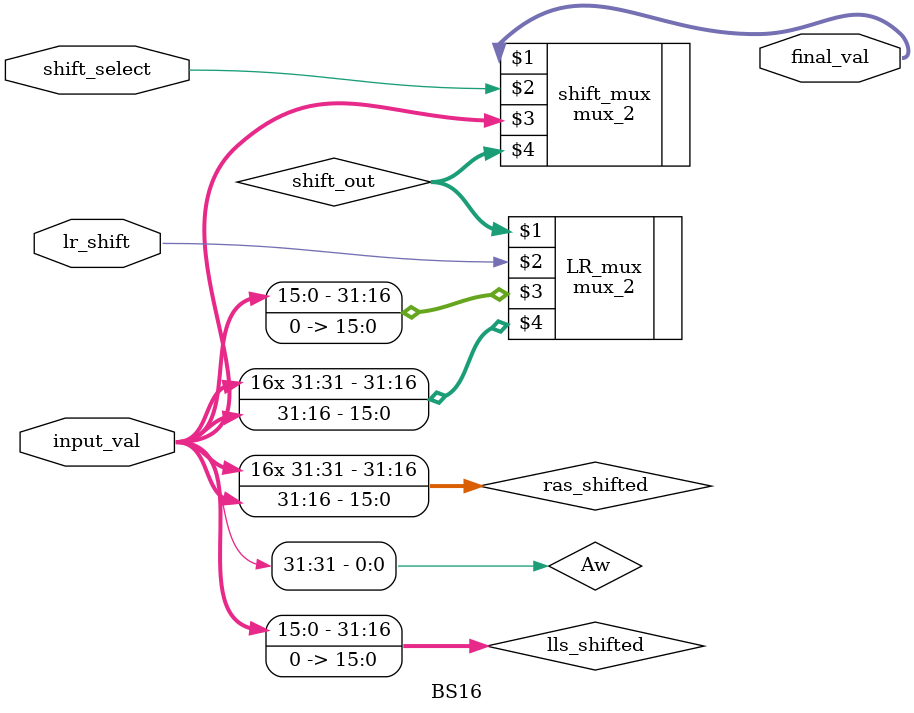
<source format=v>
module BS16(
    input shift_select,
    input lr_shift,
    input [31:0] input_val,
    output [31:0] final_val
);

// forgot bout mux select, naming is bad cuz had to switch vars and im dumb. output_val is the shifted value, final_valis 
//the mux output

wire [31:0] lls_shifted, ras_shifted, shift_out;

wire Aw;
assign Aw = input_val[31];

mux_2 LR_mux(shift_out,lr_shift, lls_shifted, ras_shifted);
mux_2 shift_mux(final_val, shift_select, input_val, shift_out);

// Left Logical Shift (lls_shifted)
assign lls_shifted[0] = 1'b0;
assign lls_shifted[1] = 1'b0;
assign lls_shifted[2] = 1'b0;
assign lls_shifted[3] = 1'b0;
assign lls_shifted[4] = 1'b0;
assign lls_shifted[5] = 1'b0;
assign lls_shifted[6] = 1'b0;
assign lls_shifted[7] = 1'b0;
assign lls_shifted[8] = 1'b0;
assign lls_shifted[9] = 1'b0;
assign lls_shifted[10] = 1'b0;
assign lls_shifted[11] = 1'b0;
assign lls_shifted[12] = 1'b0;
assign lls_shifted[13] = 1'b0;
assign lls_shifted[14] = 1'b0;
assign lls_shifted[15] = 1'b0;
assign lls_shifted[16] = input_val[0];
assign lls_shifted[17] = input_val[1];
assign lls_shifted[18] = input_val[2];
assign lls_shifted[19] = input_val[3];
assign lls_shifted[20] = input_val[4];
assign lls_shifted[21] = input_val[5];
assign lls_shifted[22] = input_val[6];
assign lls_shifted[23] = input_val[7];
assign lls_shifted[24] = input_val[8];
assign lls_shifted[25] = input_val[9];
assign lls_shifted[26] = input_val[10];
assign lls_shifted[27] = input_val[11];
assign lls_shifted[28] = input_val[12];
assign lls_shifted[29] = input_val[13];
assign lls_shifted[30] = input_val[14];
assign lls_shifted[31] = input_val[15];


// Right Arithmetic Shift (ras_shifted)
assign ras_shifted[0] = input_val[16];
assign ras_shifted[1] = input_val[17];
assign ras_shifted[2] = input_val[18];
assign ras_shifted[3] = input_val[19];
assign ras_shifted[4] = input_val[20];
assign ras_shifted[5] = input_val[21];
assign ras_shifted[6] = input_val[22];
assign ras_shifted[7] = input_val[23];
assign ras_shifted[8] = input_val[24];
assign ras_shifted[9] = input_val[25];
assign ras_shifted[10] = input_val[26];
assign ras_shifted[11] = input_val[27];
assign ras_shifted[12] = input_val[28];
assign ras_shifted[13] = input_val[29];
assign ras_shifted[14] = input_val[30];
assign ras_shifted[15] = input_val[31];
assign ras_shifted[16] = Aw;
assign ras_shifted[17] = Aw;
assign ras_shifted[18] = Aw;
assign ras_shifted[19] = Aw;
assign ras_shifted[20] = Aw;
assign ras_shifted[21] = Aw;
assign ras_shifted[22] = Aw;
assign ras_shifted[23] = Aw;
assign ras_shifted[24] = Aw;
assign ras_shifted[25] = Aw;
assign ras_shifted[26] = Aw;
assign ras_shifted[27] = Aw;
assign ras_shifted[28] = Aw;
assign ras_shifted[29] = Aw;
assign ras_shifted[30] = Aw;
assign ras_shifted[31] = Aw;


endmodule
</source>
